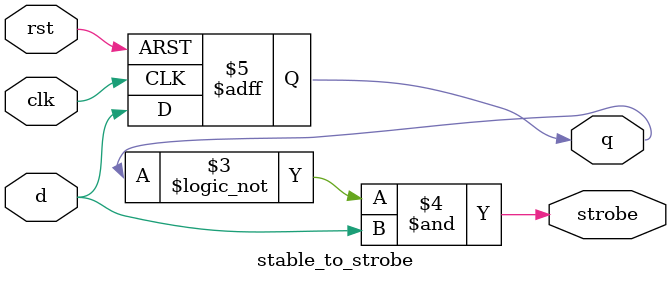
<source format=v>
`timescale 1ns / 1ps


module stable_to_strobe(
        input wire clk,rst,
        input wire d,
        output reg q,
        output wire strobe
    );
    always@(posedge clk, negedge rst) begin
        if (!rst)
            q <= 0;
        else begin
            q <= d;
        end
    end
    assign strobe = !q & d;
endmodule

</source>
